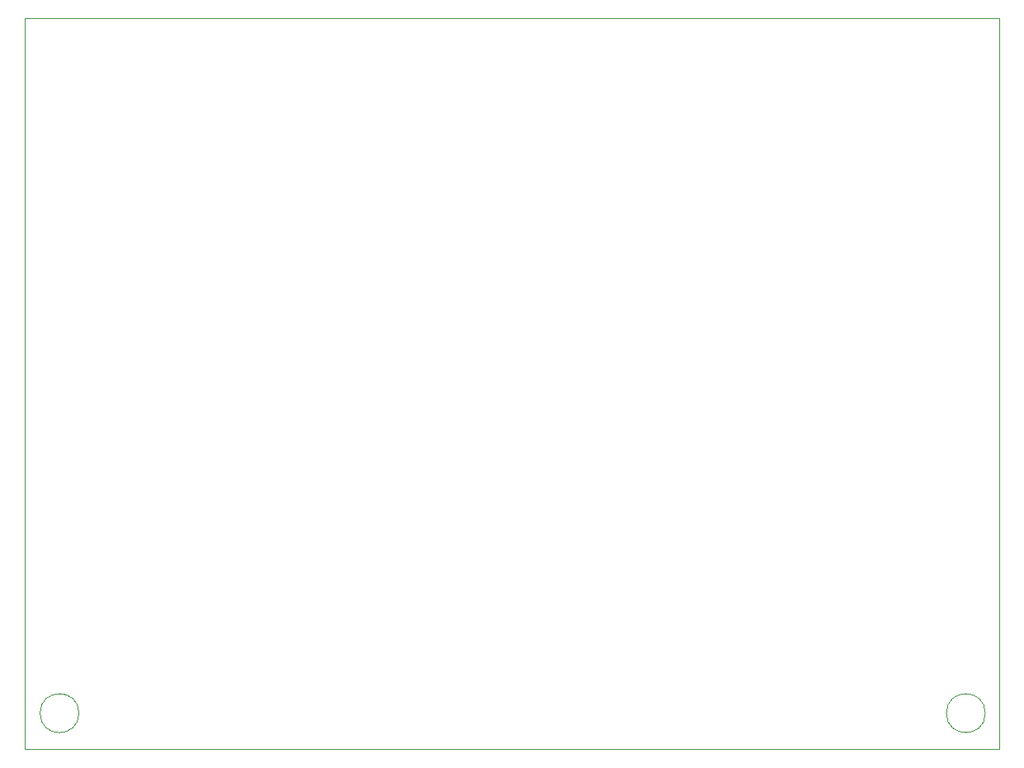
<source format=gm1>
G04 #@! TF.GenerationSoftware,KiCad,Pcbnew,7.0.9*
G04 #@! TF.CreationDate,2023-11-18T09:13:53-05:00*
G04 #@! TF.ProjectId,qsd4,71736434-2e6b-4696-9361-645f70636258,rev?*
G04 #@! TF.SameCoordinates,Original*
G04 #@! TF.FileFunction,Profile,NP*
%FSLAX46Y46*%
G04 Gerber Fmt 4.6, Leading zero omitted, Abs format (unit mm)*
G04 Created by KiCad (PCBNEW 7.0.9) date 2023-11-18 09:13:53*
%MOMM*%
%LPD*%
G01*
G04 APERTURE LIST*
G04 #@! TA.AperFunction,Profile*
%ADD10C,0.100000*%
G04 #@! TD*
G04 APERTURE END LIST*
D10*
X197750000Y-110900000D02*
G75*
G03*
X197750000Y-110900000I-2000000J0D01*
G01*
X99200000Y-39600000D02*
X199200000Y-39600000D01*
X199200000Y-114600000D01*
X99200000Y-114600000D01*
X99200000Y-39600000D01*
X104750000Y-110900000D02*
G75*
G03*
X104750000Y-110900000I-2000000J0D01*
G01*
M02*

</source>
